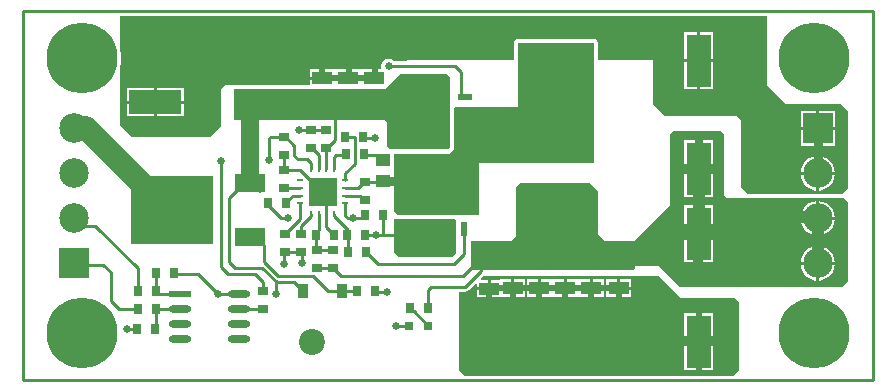
<source format=gtl>
G04*
G04 #@! TF.GenerationSoftware,Altium Limited,Altium Designer,19.0.14 (431)*
G04*
G04 Layer_Physical_Order=1*
G04 Layer_Color=152*
%FSLAX25Y25*%
%MOIN*%
G70*
G01*
G75*
%ADD10C,0.01000*%
%ADD39R,0.02756X0.03543*%
%ADD40R,0.07500X0.02400*%
%ADD41O,0.07500X0.02400*%
%ADD42R,0.27559X0.22835*%
%ADD43R,0.10236X0.06299*%
%ADD44R,0.03150X0.03150*%
%ADD45R,0.09646X0.09646*%
%ADD46R,0.00984X0.02362*%
%ADD47R,0.02362X0.00984*%
%ADD48R,0.15394X0.15000*%
%ADD49R,0.02402X0.04331*%
%ADD50R,0.02402X0.05000*%
%ADD51R,0.03543X0.02756*%
%ADD52R,0.06693X0.04331*%
%ADD53R,0.08000X0.17500*%
%ADD54R,0.03543X0.04724*%
G04:AMPARAMS|DCode=55|XSize=35.43mil|YSize=27.56mil|CornerRadius=4.13mil|HoleSize=0mil|Usage=FLASHONLY|Rotation=0.000|XOffset=0mil|YOffset=0mil|HoleType=Round|Shape=RoundedRectangle|*
%AMROUNDEDRECTD55*
21,1,0.03543,0.01929,0,0,0.0*
21,1,0.02717,0.02756,0,0,0.0*
1,1,0.00827,0.01358,-0.00965*
1,1,0.00827,-0.01358,-0.00965*
1,1,0.00827,-0.01358,0.00965*
1,1,0.00827,0.01358,0.00965*
%
%ADD55ROUNDEDRECTD55*%
%ADD56R,0.21654X0.16535*%
%ADD57R,0.05118X0.03937*%
%ADD58R,0.17500X0.08000*%
%ADD59R,0.05000X0.02402*%
%ADD60R,0.04331X0.02402*%
%ADD61R,0.15000X0.15394*%
G04:AMPARAMS|DCode=62|XSize=35.43mil|YSize=27.56mil|CornerRadius=4.13mil|HoleSize=0mil|Usage=FLASHONLY|Rotation=90.000|XOffset=0mil|YOffset=0mil|HoleType=Round|Shape=RoundedRectangle|*
%AMROUNDEDRECTD62*
21,1,0.03543,0.01929,0,0,90.0*
21,1,0.02717,0.02756,0,0,90.0*
1,1,0.00827,0.00965,0.01358*
1,1,0.00827,0.00965,-0.01358*
1,1,0.00827,-0.00965,-0.01358*
1,1,0.00827,-0.00965,0.01358*
%
%ADD62ROUNDEDRECTD62*%
%ADD63C,0.04000*%
%ADD64C,0.06000*%
%ADD65C,0.08000*%
%ADD66C,0.02000*%
%ADD67C,0.03000*%
%ADD68R,0.13100X0.03300*%
%ADD69R,0.02200X0.21100*%
%ADD70R,0.03800X0.10200*%
%ADD71R,0.16200X0.05400*%
%ADD72R,0.02800X0.05495*%
%ADD73R,0.13000X0.03500*%
%ADD74C,0.09843*%
%ADD75R,0.09843X0.09843*%
%ADD76C,0.23622*%
%ADD77C,0.08661*%
%ADD78C,0.02559*%
%ADD79C,0.02598*%
G36*
X142300Y101165D02*
X142300Y77817D01*
X141600Y77117D01*
X122400D01*
X121300Y78217D01*
Y85917D01*
X120500Y86717D01*
X70400D01*
Y97017D01*
X120817D01*
X125900Y102100D01*
X141365D01*
X142300Y101165D01*
D02*
G37*
G36*
X248000Y117865D02*
X248065Y117800D01*
X248065Y98400D01*
X254465Y92000D01*
X272665D01*
X275165Y89500D01*
Y64086D01*
X273279Y62200D01*
X241464Y62200D01*
X239365Y64300D01*
X239365Y86600D01*
X238065Y87900D01*
X213965Y87900D01*
X210165Y91700D01*
Y106600D01*
X191588D01*
Y112500D01*
X191495Y112968D01*
X191230Y113365D01*
X190833Y113630D01*
X190365Y113724D01*
X164900D01*
X164432Y113630D01*
X164035Y113365D01*
X163770Y112968D01*
X163677Y112500D01*
Y106600D01*
X127900D01*
X127684Y106384D01*
X123724D01*
X123688Y106438D01*
X122868Y106986D01*
X121900Y107179D01*
X120932Y106986D01*
X120112Y106438D01*
X119564Y105618D01*
X119372Y104651D01*
X119468Y104169D01*
X119150Y103783D01*
X117600D01*
Y100817D01*
X116600D01*
Y103783D01*
X112954D01*
Y103783D01*
X112626Y103603D01*
X108980D01*
Y100638D01*
X107980D01*
Y103603D01*
X104333D01*
Y103603D01*
X103846D01*
Y103603D01*
X100200D01*
Y100638D01*
X99700D01*
Y100138D01*
X95553D01*
Y98500D01*
X67500D01*
X65900Y96900D01*
Y84600D01*
X62417Y81117D01*
X36483D01*
X32500Y85100D01*
Y104927D01*
X32576Y105242D01*
X32736Y107283D01*
X32576Y109325D01*
X32500Y109640D01*
Y121502D01*
X248000D01*
Y117865D01*
D02*
G37*
G36*
X190365Y72364D02*
X152000D01*
Y54917D01*
X124900Y54917D01*
X123650Y56167D01*
X123650Y75417D01*
X142100D01*
X143600Y76917D01*
Y90742D01*
X144072Y91214D01*
X164900D01*
Y112500D01*
X190365D01*
Y72364D01*
D02*
G37*
G36*
X232865Y82900D02*
X233865Y81900D01*
X233865Y61500D01*
X234665Y60700D01*
X273665Y60700D01*
X274965Y59400D01*
X274965Y33000D01*
X273165Y31200D01*
X218965D01*
X212165Y38000D01*
X203965D01*
Y37300D01*
X203365Y36700D01*
X149300D01*
X149300Y38400D01*
Y40835D01*
X149300Y46400D01*
X162865Y46400D01*
X164465Y48000D01*
X164465Y64335D01*
X165730Y65600D01*
X188965Y65600D01*
X191665Y62900D01*
Y48800D01*
X194065Y46400D01*
X202365D01*
D01*
X203765D01*
X215765Y58400D01*
X215765Y81800D01*
X216865Y82900D01*
X232865Y82900D01*
D02*
G37*
G36*
X144376Y53317D02*
X144376Y42361D01*
X142915Y40900D01*
X125313Y40900D01*
X123600Y42613D01*
X123600Y53717D01*
X123700Y53817D01*
X143876Y53817D01*
X144376Y53317D01*
D02*
G37*
G36*
X212100Y34700D02*
X219500Y27300D01*
X237265Y27300D01*
X238865Y25700D01*
Y3300D01*
X237094Y1529D01*
X147471D01*
X145500Y3500D01*
X145500Y29467D01*
X147412D01*
X148075Y29599D01*
X148637Y29974D01*
X150792Y32129D01*
X151253Y31937D01*
Y31030D01*
X154900D01*
Y33496D01*
X152812D01*
X152620Y33957D01*
X153363Y34700D01*
X212100Y34700D01*
D02*
G37*
%LPC*%
G36*
X230100Y116000D02*
X225800D01*
Y106950D01*
X230100D01*
Y116000D01*
D02*
G37*
G36*
X224800D02*
X220500D01*
Y106950D01*
X224800D01*
Y116000D01*
D02*
G37*
G36*
X99200Y103603D02*
X95553D01*
Y101138D01*
X99200D01*
Y103603D01*
D02*
G37*
G36*
X230100Y105950D02*
X225800D01*
Y96900D01*
X230100D01*
Y105950D01*
D02*
G37*
G36*
X224800D02*
X220500D01*
Y96900D01*
X224800D01*
Y105950D01*
D02*
G37*
G36*
X53750Y97500D02*
X44700D01*
Y93200D01*
X53750D01*
Y97500D01*
D02*
G37*
G36*
X43700D02*
X34650D01*
Y93200D01*
X43700D01*
Y97500D01*
D02*
G37*
G36*
X53750Y92200D02*
X44700D01*
Y87900D01*
X53750D01*
Y92200D01*
D02*
G37*
G36*
X43700D02*
X34650D01*
Y87900D01*
X43700D01*
Y92200D01*
D02*
G37*
G36*
X270686Y89621D02*
X265465D01*
Y84400D01*
X270686D01*
Y89621D01*
D02*
G37*
G36*
X264465D02*
X259243D01*
Y84400D01*
X264465D01*
Y89621D01*
D02*
G37*
G36*
X270686Y83400D02*
X265465D01*
Y78179D01*
X270686D01*
Y83400D01*
D02*
G37*
G36*
X264465D02*
X259243D01*
Y78179D01*
X264465D01*
Y83400D01*
D02*
G37*
G36*
X265465Y74605D02*
Y69400D01*
X270669D01*
X270539Y70394D01*
X269962Y71785D01*
X269045Y72980D01*
X267850Y73897D01*
X266458Y74474D01*
X265465Y74605D01*
D02*
G37*
G36*
X264465Y74605D02*
X263471Y74474D01*
X262079Y73897D01*
X260884Y72980D01*
X259967Y71785D01*
X259391Y70394D01*
X259260Y69400D01*
X264465D01*
Y74605D01*
D02*
G37*
G36*
X270669Y68400D02*
X265465D01*
Y63195D01*
X266458Y63326D01*
X267850Y63902D01*
X269045Y64820D01*
X269962Y66015D01*
X270539Y67406D01*
X270669Y68400D01*
D02*
G37*
G36*
X264465D02*
X259260D01*
X259391Y67406D01*
X259967Y66015D01*
X260884Y64820D01*
X262079Y63902D01*
X263471Y63326D01*
X264465Y63195D01*
Y68400D01*
D02*
G37*
G36*
X230100Y80000D02*
X225800D01*
Y70950D01*
X230100D01*
Y80000D01*
D02*
G37*
G36*
X224800D02*
X220500D01*
Y70950D01*
X224800D01*
Y80000D01*
D02*
G37*
G36*
X230100Y69950D02*
X225800D01*
Y60900D01*
X230100D01*
Y69950D01*
D02*
G37*
G36*
X224800D02*
X220500D01*
Y60900D01*
X224800D01*
Y69950D01*
D02*
G37*
G36*
X265465Y59605D02*
Y54400D01*
X270669D01*
X270539Y55394D01*
X269962Y56785D01*
X269045Y57980D01*
X267850Y58898D01*
X266458Y59474D01*
X265465Y59605D01*
D02*
G37*
G36*
X264465Y59605D02*
X263471Y59474D01*
X262079Y58898D01*
X260884Y57980D01*
X259967Y56785D01*
X259391Y55394D01*
X259260Y54400D01*
X264465D01*
Y59605D01*
D02*
G37*
G36*
X230100Y58400D02*
X225800D01*
Y49350D01*
X230100D01*
Y58400D01*
D02*
G37*
G36*
X224800D02*
X220500D01*
Y49350D01*
X224800D01*
Y58400D01*
D02*
G37*
G36*
X270669Y53400D02*
X265465D01*
Y48195D01*
X266458Y48326D01*
X267850Y48902D01*
X269045Y49819D01*
X269962Y51015D01*
X270539Y52406D01*
X270669Y53400D01*
D02*
G37*
G36*
X264465D02*
X259260D01*
X259391Y52406D01*
X259967Y51015D01*
X260884Y49819D01*
X262079Y48902D01*
X263471Y48326D01*
X264465Y48195D01*
Y53400D01*
D02*
G37*
G36*
X265465Y44605D02*
Y39400D01*
X270669D01*
X270539Y40393D01*
X269962Y41785D01*
X269045Y42981D01*
X267850Y43898D01*
X266458Y44474D01*
X265465Y44605D01*
D02*
G37*
G36*
X264465Y44605D02*
X263471Y44474D01*
X262079Y43898D01*
X260884Y42981D01*
X259967Y41785D01*
X259391Y40393D01*
X259260Y39400D01*
X264465D01*
Y44605D01*
D02*
G37*
G36*
X230100Y48350D02*
X225800D01*
Y39300D01*
X230100D01*
Y48350D01*
D02*
G37*
G36*
X224800D02*
X220500D01*
Y39300D01*
X224800D01*
Y48350D01*
D02*
G37*
G36*
X270669Y38400D02*
X265465D01*
Y33195D01*
X266458Y33326D01*
X267850Y33902D01*
X269045Y34819D01*
X269962Y36015D01*
X270539Y37407D01*
X270669Y38400D01*
D02*
G37*
G36*
X264465D02*
X259260D01*
X259391Y37407D01*
X259967Y36015D01*
X260884Y34819D01*
X262079Y33902D01*
X263471Y33326D01*
X264465Y33195D01*
Y38400D01*
D02*
G37*
G36*
X185301Y33620D02*
X184894D01*
X184801Y33620D01*
X181247D01*
Y30655D01*
Y27689D01*
X184801D01*
X184894Y27689D01*
X185301D01*
X185394Y27689D01*
X188947D01*
Y30655D01*
Y33620D01*
X185394D01*
X185301Y33620D01*
D02*
G37*
G36*
X202794Y33620D02*
X199147D01*
Y31155D01*
X202794D01*
Y33620D01*
D02*
G37*
G36*
X198147D02*
X194501D01*
Y31155D01*
X198147D01*
Y33620D01*
D02*
G37*
G36*
X189947D02*
Y31155D01*
X193594D01*
Y33620D01*
X189947D01*
D02*
G37*
G36*
X171647D02*
X168001D01*
Y31155D01*
X171647D01*
Y33620D01*
D02*
G37*
G36*
X167494D02*
X163847D01*
Y31155D01*
X167494D01*
Y33620D01*
D02*
G37*
G36*
X202794Y30155D02*
X199147D01*
Y27689D01*
X202794D01*
Y30155D01*
D02*
G37*
G36*
X198147D02*
X194501D01*
Y27689D01*
X198147D01*
Y30155D01*
D02*
G37*
G36*
X193594D02*
X189947D01*
Y27689D01*
X193594D01*
Y30155D01*
D02*
G37*
G36*
X167494D02*
X163847D01*
Y27689D01*
X167494D01*
Y30155D01*
D02*
G37*
G36*
X176294Y33620D02*
X176101Y33620D01*
X172647D01*
Y30655D01*
Y27689D01*
X176101D01*
X176601Y27689D01*
X176794Y27689D01*
X180247D01*
Y30655D01*
Y33620D01*
X176794D01*
X176294Y33620D01*
D02*
G37*
G36*
X171647Y30155D02*
X168001D01*
Y27689D01*
X171647D01*
Y30155D01*
D02*
G37*
G36*
X162847Y33620D02*
X159201D01*
Y33496D01*
X155900D01*
Y30530D01*
Y27565D01*
X159546D01*
Y27689D01*
X162847D01*
Y30655D01*
Y33620D01*
D02*
G37*
G36*
X154900Y30030D02*
X151253D01*
Y27565D01*
X154900D01*
Y30030D01*
D02*
G37*
G36*
X230100Y22400D02*
X225800D01*
Y13350D01*
X230100D01*
Y22400D01*
D02*
G37*
G36*
X224800D02*
X220500D01*
Y13350D01*
X224800D01*
Y22400D01*
D02*
G37*
G36*
X230100Y12350D02*
X225800D01*
Y3300D01*
X230100D01*
Y12350D01*
D02*
G37*
G36*
X224800D02*
X220500D01*
Y3300D01*
X224800D01*
Y12350D01*
D02*
G37*
%LPD*%
D10*
X29400Y26400D02*
Y35900D01*
X26800Y38500D02*
X29400Y35900D01*
X19000Y38500D02*
X26800D01*
X32100Y23700D02*
X38300D01*
X29400Y26400D02*
X32100Y23700D01*
X17100Y53700D02*
X17600D01*
X17100D02*
X17400Y54000D01*
X24200Y51500D02*
X38230Y37470D01*
X19800Y51500D02*
X24200D01*
X17600Y53700D02*
X19800Y51500D01*
X38230Y29687D02*
Y37470D01*
X51900Y28700D02*
X52000Y28800D01*
X45178Y28700D02*
X51900D01*
X44300Y29578D02*
X45178Y28700D01*
X44300Y29578D02*
Y29617D01*
Y35800D01*
X50300Y35406D02*
X58494D01*
X65200Y28700D01*
X50300Y35406D02*
Y35800D01*
X38230Y29687D02*
X38300Y29617D01*
X65200Y28700D02*
X71944D01*
X79700Y37500D02*
X84600Y32600D01*
X70600Y37500D02*
X79700D01*
X84600Y32600D02*
X90521D01*
X84500Y32500D02*
X84600Y32600D01*
X84500Y28700D02*
Y32500D01*
X34650Y17200D02*
X38100D01*
X44300Y17400D02*
Y23700D01*
X44100Y17200D02*
X44300Y17400D01*
X81900Y80431D02*
X82486Y81017D01*
X87200D01*
X81900Y73300D02*
Y80431D01*
X65900Y73200D02*
X66000Y73100D01*
X71050Y63050D02*
X71182D01*
X68700Y60700D02*
X71050Y63050D01*
X68700Y39400D02*
Y60700D01*
X85210Y34690D02*
X96727D01*
X80418Y39482D02*
X85210Y34690D01*
X80418Y39482D02*
Y45050D01*
X68700Y39400D02*
X70600Y37500D01*
X68500Y35300D02*
X77300D01*
X66000Y37800D02*
X68500Y35300D01*
X66000Y37800D02*
Y73100D01*
X77300Y35300D02*
X80000Y32600D01*
Y29800D02*
Y32600D01*
X79550Y23750D02*
X79800Y24000D01*
X71994Y23750D02*
X79550D01*
X71944Y23700D02*
X71994Y23750D01*
X90521Y32600D02*
X93304Y29817D01*
X96727Y34690D02*
X101600Y29817D01*
X87200Y81017D02*
X87594D01*
X51800Y29000D02*
X52000Y28800D01*
X52200Y23700D02*
X52400Y23500D01*
X44300Y23700D02*
X52200D01*
X71182Y63050D02*
X73831Y65700D01*
X75800D01*
X77768Y47700D02*
X80418Y45050D01*
X75800Y47700D02*
X77768D01*
X75800Y65700D02*
X76366D01*
X79016Y63050D01*
X93304Y29817D02*
Y30408D01*
X92032Y31679D02*
X93304Y30408D01*
X136165Y31200D02*
X147412D01*
X134965Y30000D02*
X136165Y31200D01*
X134965Y24200D02*
Y30000D01*
X147412Y31200D02*
X152553Y36342D01*
Y40085D02*
X154219Y41751D01*
X152553Y36342D02*
Y40085D01*
X154219Y41751D02*
X155400D01*
X128965Y23806D02*
Y24200D01*
Y23806D02*
X129842Y22928D01*
X130401D01*
X135212Y18117D01*
X146101Y94317D02*
Y102664D01*
X144114Y104651D02*
X146101Y102664D01*
X121900Y104651D02*
X144114D01*
X118345Y38700D02*
X143683D01*
X114228Y42817D02*
X118345Y38700D01*
X143683D02*
X147100Y42117D01*
X146636Y34653D02*
X153734Y41751D01*
X105991Y34653D02*
X146636D01*
X103327Y37317D02*
X105991Y34653D01*
X153734Y41751D02*
X154219D01*
X101600Y29817D02*
X106296D01*
X101180Y55337D02*
Y61538D01*
X103500Y48417D02*
Y48811D01*
X87193Y42611D02*
X87200Y42604D01*
X117600Y29517D02*
X121300D01*
X117500Y29617D02*
X117600Y29517D01*
X106496Y29617D02*
X107296Y28817D01*
X106296Y29817D02*
X106496Y29617D01*
X111500D01*
X92998Y39019D02*
Y42519D01*
X92700Y42817D02*
X92998Y42519D01*
X87200Y38728D02*
Y42604D01*
X124500Y18017D02*
X124600Y18117D01*
X128716D01*
X100372Y78246D02*
X101200Y77417D01*
X146101Y94317D02*
X147400D01*
X113617Y80817D02*
X117500D01*
X113517Y80917D02*
X113617Y80817D01*
X101494Y77317D02*
X104200Y80024D01*
X99700Y89417D02*
X104200D01*
Y80024D02*
Y89417D01*
X92200Y83417D02*
X96000D01*
Y77417D02*
X96394D01*
X98620Y75191D01*
Y70298D02*
Y75191D01*
X96000Y83417D02*
X101200D01*
X100372Y78246D02*
Y78495D01*
X129800Y48617D02*
X130300D01*
X129600Y48417D02*
X129800Y48617D01*
X120147Y48417D02*
X129600D01*
X120147D02*
Y55117D01*
X117700Y48417D02*
X120147D01*
X88141Y54216D02*
X88439Y53917D01*
X85902Y54216D02*
X88141D01*
X81594Y58524D02*
X85902Y54216D01*
X81594Y58524D02*
Y58917D01*
X92353Y53771D02*
Y58971D01*
X87400Y48817D02*
X92353Y53771D01*
X147100Y42117D02*
Y50517D01*
X87193Y42611D02*
X87400Y42817D01*
X147100Y71917D02*
Y89017D01*
X147400Y89317D01*
X92700Y48817D02*
Y51302D01*
Y48784D02*
Y48817D01*
Y51302D02*
X96061Y54664D01*
X108317Y53917D02*
X110100D01*
X107380Y54854D02*
X108317Y53917D01*
X107380Y54854D02*
Y58979D01*
X110100Y53917D02*
X112947D01*
X114147Y55117D01*
X98000Y37317D02*
X103327D01*
X97500Y48811D02*
X97750Y48561D01*
Y43567D02*
Y48561D01*
Y43567D02*
X98000Y43317D01*
X103327D01*
X114100Y48417D02*
X117700D01*
X114100Y48417D02*
X114100Y48417D01*
X108228Y42817D02*
Y50174D01*
X103739Y54664D02*
X108228Y50174D01*
X103739Y54664D02*
Y55337D01*
X113655Y60117D02*
X114049D01*
X112234Y61538D02*
X113655Y60117D01*
X107380Y61538D02*
X112234D01*
X87400Y42817D02*
X92700D01*
X87543Y59107D02*
X89966Y61530D01*
X92412D01*
X92420Y61538D01*
X92353Y58971D02*
X92361Y58979D01*
X92420D01*
X96061Y54664D02*
Y55337D01*
X99900Y62817D02*
X101180Y61538D01*
Y51131D02*
X103500Y48811D01*
X101180Y51131D02*
Y55337D01*
X97500Y48417D02*
Y48811D01*
X98620Y49931D01*
Y55337D01*
X87200Y64217D02*
X87313Y64105D01*
X92412D01*
X92420Y64097D01*
X98035Y91083D02*
X99700Y89417D01*
X97538Y65180D02*
X99900Y62817D01*
X92500Y70217D02*
X97538Y65180D01*
X87200Y70217D02*
X92500D01*
X87200Y75017D02*
X87200Y75017D01*
X87200Y70217D02*
Y75017D01*
X90451Y74866D02*
Y78160D01*
X87594Y81017D02*
X90451Y78160D01*
Y74866D02*
X91600Y73717D01*
X94700D01*
X96053Y72364D01*
Y70306D02*
Y72364D01*
Y70306D02*
X96061Y70298D01*
X110395Y81117D02*
X110600Y80913D01*
Y72143D02*
Y80913D01*
X107717Y81117D02*
X110395D01*
X107517Y80917D02*
X107717Y81117D01*
X107380Y68924D02*
X110600Y72143D01*
X107380Y66656D02*
Y68924D01*
X101180Y70298D02*
Y75931D01*
X119700Y66117D02*
X120000Y66417D01*
X114049Y66117D02*
X119700D01*
X113655D02*
X114049D01*
X111634Y64097D02*
X113655Y66117D01*
X107380Y64097D02*
X111634D01*
X118532Y74972D02*
X120000Y73504D01*
X114145Y74972D02*
X118532D01*
X113600Y75517D02*
X114145Y74972D01*
X104500Y75217D02*
X107300D01*
X107600Y75517D01*
X103739Y74456D02*
X104500Y75217D01*
X103739Y70298D02*
Y74456D01*
X-0Y123031D02*
X283465D01*
X283465D02*
X283465Y0D01*
X0D02*
X283465D01*
X-0Y123031D02*
X0Y0D01*
D39*
X44100Y17200D02*
D03*
X38100D02*
D03*
X44300Y35800D02*
D03*
X50300D02*
D03*
X44300Y29617D02*
D03*
X38300D02*
D03*
X44300Y23700D02*
D03*
X38300D02*
D03*
X128965Y24200D02*
D03*
X134965D02*
D03*
X117500Y29617D02*
D03*
X111500D02*
D03*
X103700Y48417D02*
D03*
X97700D02*
D03*
X107517Y80917D02*
D03*
X113517D02*
D03*
X108228Y42817D02*
D03*
X114228D02*
D03*
X108100Y48417D02*
D03*
X114100D02*
D03*
X107600Y75517D02*
D03*
X113600D02*
D03*
X81594Y58917D02*
D03*
X87594D02*
D03*
D40*
X52456Y28700D02*
D03*
D41*
X52456Y23700D02*
D03*
Y18700D02*
D03*
Y13700D02*
D03*
X71944Y28700D02*
D03*
Y23700D02*
D03*
Y18700D02*
D03*
X71944Y13700D02*
D03*
D42*
X49800Y56700D02*
D03*
D43*
X75800Y65700D02*
D03*
Y47700D02*
D03*
D44*
X128716Y18117D02*
D03*
X135212D02*
D03*
D45*
X99900Y62817D02*
D03*
D46*
X96061Y70298D02*
D03*
X98620D02*
D03*
X101180D02*
D03*
X103739D02*
D03*
Y55337D02*
D03*
X101180D02*
D03*
X98620D02*
D03*
X96061D02*
D03*
D47*
X107380Y66656D02*
D03*
Y64097D02*
D03*
Y61538D02*
D03*
Y58979D02*
D03*
X92420D02*
D03*
Y61538D02*
D03*
Y64097D02*
D03*
Y66656D02*
D03*
D48*
X139500Y63717D02*
D03*
D49*
X132100Y71917D02*
D03*
X137100D02*
D03*
X142100D02*
D03*
X147100D02*
D03*
D50*
Y50517D02*
D03*
X142100D02*
D03*
X137100D02*
D03*
X132100D02*
D03*
D51*
X87200Y64217D02*
D03*
Y70217D02*
D03*
X87200Y81017D02*
D03*
Y75017D02*
D03*
X80000Y29800D02*
D03*
Y23800D02*
D03*
X103327Y43317D02*
D03*
Y37317D02*
D03*
X114049Y60117D02*
D03*
Y66117D02*
D03*
X87400Y42817D02*
D03*
Y48817D02*
D03*
D52*
X198647Y30655D02*
D03*
Y41875D02*
D03*
X189447Y30655D02*
D03*
Y41875D02*
D03*
X180747Y30655D02*
D03*
Y41875D02*
D03*
X172147Y30655D02*
D03*
Y41875D02*
D03*
X155400Y30530D02*
D03*
Y41751D02*
D03*
X163347Y30655D02*
D03*
Y41875D02*
D03*
X117100Y100817D02*
D03*
Y89597D02*
D03*
X108480Y100638D02*
D03*
Y89417D02*
D03*
X99700Y100638D02*
D03*
Y89417D02*
D03*
D53*
X225300Y106450D02*
D03*
Y70450D02*
D03*
Y12850D02*
D03*
Y48850D02*
D03*
D54*
X93304Y29817D02*
D03*
X106296D02*
D03*
D55*
X98000Y43317D02*
D03*
Y37317D02*
D03*
X101200Y83417D02*
D03*
Y77417D02*
D03*
X96000D02*
D03*
Y83417D02*
D03*
X92700Y48817D02*
D03*
Y42817D02*
D03*
D56*
X177600Y102585D02*
D03*
Y55340D02*
D03*
D57*
X120000Y73504D02*
D03*
Y66417D02*
D03*
D58*
X44200Y92700D02*
D03*
X80200D02*
D03*
D59*
X147400Y79317D02*
D03*
Y84317D02*
D03*
Y89317D02*
D03*
Y94317D02*
D03*
D60*
X126000D02*
D03*
Y89317D02*
D03*
Y84317D02*
D03*
Y79317D02*
D03*
D61*
X134200Y86717D02*
D03*
D62*
X114147Y55117D02*
D03*
X120147D02*
D03*
D63*
X126000Y89597D02*
X131321D01*
X117100D02*
X126000D01*
X108480Y89507D02*
X117010D01*
X99790D02*
X108480D01*
X80200Y92700D02*
X95236D01*
X98519Y89417D01*
X99700D01*
X264965Y38900D02*
Y53900D01*
X247565Y54500D02*
X264365D01*
X264965Y53900D01*
X241915Y48850D02*
X247565Y54500D01*
X225300Y48850D02*
X241915D01*
X225300D02*
Y70450D01*
X126000Y89317D02*
Y89597D01*
X131321D02*
X134200Y86717D01*
X108480Y89417D02*
Y89507D01*
X117010D02*
X117100Y89597D01*
X99700Y89417D02*
X99790Y89507D01*
D64*
X75800Y65700D02*
Y91700D01*
X76800Y92700D01*
X80200D01*
D65*
X17300Y84300D02*
X17600Y84000D01*
X21217D02*
X48517Y56700D01*
X17600Y84000D02*
X21217D01*
X48517Y56700D02*
X49800D01*
D66*
X198647Y25360D02*
Y30655D01*
X189447Y25405D02*
Y30700D01*
X180747Y25360D02*
Y30655D01*
X172147Y25360D02*
Y30655D01*
X163347Y25360D02*
Y30655D01*
X155400Y25235D02*
Y30530D01*
X155265Y25100D02*
X155400Y25235D01*
X163347Y30655D02*
X172147D01*
X155525D02*
X163347D01*
X155400Y30530D02*
X155525Y30655D01*
X168747Y41955D02*
X189368D01*
X154219Y30530D02*
X155400D01*
X153053Y29365D02*
X154219Y30530D01*
X189368Y41955D02*
X189447Y41875D01*
X99790Y100727D02*
X108570D01*
X198647Y30655D02*
X198747Y30755D01*
X189447Y30655D02*
X198647D01*
X180747D02*
X189447D01*
X172147D02*
X180747D01*
Y41875D02*
X189447D01*
X172147D02*
X180747D01*
X163347D02*
X172147D01*
X117300Y101017D02*
Y105517D01*
X117100Y100817D02*
X117300Y101017D01*
X108570Y100727D02*
X117010D01*
X108570D02*
X108600Y100758D01*
X108480Y100638D02*
X108570Y100727D01*
X108600Y100758D02*
Y105517D01*
X99790Y100727D02*
Y105417D01*
X99700Y100638D02*
X99790Y100727D01*
X117010D02*
X117100Y100817D01*
D67*
X264965Y68900D02*
Y83900D01*
X136800Y66417D02*
X139500Y63717D01*
X120000Y66417D02*
X136800D01*
D68*
X225015Y13050D02*
D03*
D69*
X225265Y13350D02*
D03*
D70*
X225165Y41600D02*
D03*
D71*
X226265Y49400D02*
D03*
D72*
X225465Y78147D02*
D03*
D73*
Y70250D02*
D03*
D74*
X17100Y84019D02*
D03*
Y69019D02*
D03*
Y54019D02*
D03*
X264965Y38900D02*
D03*
Y53900D02*
D03*
Y68900D02*
D03*
D75*
X17100Y39019D02*
D03*
X264965Y83900D02*
D03*
D76*
X19685Y15748D02*
D03*
Y107283D02*
D03*
X263779Y107283D02*
D03*
X263779Y15748D02*
D03*
D77*
X96300Y12850D02*
D03*
D78*
X243722Y119500D02*
D03*
X236973D02*
D03*
X230224D02*
D03*
X223475D02*
D03*
X216726D02*
D03*
X209977D02*
D03*
X203227D02*
D03*
X196478D02*
D03*
X189729D02*
D03*
X182980D02*
D03*
X210000Y33222D02*
D03*
Y26667D02*
D03*
Y20111D02*
D03*
Y13555D02*
D03*
Y7000D02*
D03*
X176231Y119500D02*
D03*
X108740D02*
D03*
X115489D02*
D03*
X122238D02*
D03*
X128987D02*
D03*
X135737D02*
D03*
X142486D02*
D03*
X149235D02*
D03*
X155984D02*
D03*
X162733D02*
D03*
X169482D02*
D03*
X101991D02*
D03*
X34500D02*
D03*
X41249D02*
D03*
X47998D02*
D03*
X54747D02*
D03*
X61496D02*
D03*
X68246D02*
D03*
X74995D02*
D03*
X81744D02*
D03*
X88493D02*
D03*
X95242D02*
D03*
X84500Y28700D02*
D03*
X65200D02*
D03*
X34650Y17200D02*
D03*
X81900Y73300D02*
D03*
X65900Y73200D02*
D03*
X125100Y45200D02*
D03*
X128000D02*
D03*
X131400D02*
D03*
X134500Y45100D02*
D03*
X137600D02*
D03*
X140900Y45050D02*
D03*
X142400Y42361D02*
D03*
X139200D02*
D03*
X136000D02*
D03*
X132800D02*
D03*
X129600D02*
D03*
X126400D02*
D03*
X210000Y3000D02*
D03*
X203444D02*
D03*
X196889D02*
D03*
X190333D02*
D03*
X183778D02*
D03*
X177222D02*
D03*
X170667D02*
D03*
X164111D02*
D03*
X157555D02*
D03*
X151000D02*
D03*
X55600Y89800D02*
D03*
Y92700D02*
D03*
Y95700D02*
D03*
X42700Y99300D02*
D03*
X39800D02*
D03*
X36800D02*
D03*
X54100D02*
D03*
X51200D02*
D03*
X48200D02*
D03*
X59000Y82500D02*
D03*
X61500Y85917D02*
D03*
X58000D02*
D03*
X54000D02*
D03*
X51100D02*
D03*
X56000Y82500D02*
D03*
X272465Y74600D02*
D03*
Y71700D02*
D03*
Y68700D02*
D03*
Y84100D02*
D03*
Y81200D02*
D03*
Y78200D02*
D03*
X223465Y24500D02*
D03*
X220565D02*
D03*
X217565D02*
D03*
X232965D02*
D03*
X230065D02*
D03*
X227065D02*
D03*
X231965Y13200D02*
D03*
Y16100D02*
D03*
Y19100D02*
D03*
Y3000D02*
D03*
Y6600D02*
D03*
Y9600D02*
D03*
X218065Y9500D02*
D03*
Y6500D02*
D03*
Y3000D02*
D03*
Y19000D02*
D03*
Y16000D02*
D03*
Y13100D02*
D03*
Y104300D02*
D03*
Y101300D02*
D03*
Y98400D02*
D03*
X218165Y115500D02*
D03*
Y112500D02*
D03*
Y109600D02*
D03*
X232465Y104300D02*
D03*
Y101300D02*
D03*
Y98400D02*
D03*
Y115700D02*
D03*
Y112700D02*
D03*
Y109800D02*
D03*
X227865Y94600D02*
D03*
X224865D02*
D03*
X221965D02*
D03*
X121900Y104651D02*
D03*
X121300Y29517D02*
D03*
X92998Y39019D02*
D03*
X87200Y38728D02*
D03*
X124500Y18017D02*
D03*
X153647Y26041D02*
D03*
X156547D02*
D03*
X159547D02*
D03*
X162647Y26055D02*
D03*
X165447D02*
D03*
X168347D02*
D03*
X171247D02*
D03*
X174447D02*
D03*
X177547D02*
D03*
X180447D02*
D03*
X183447Y26155D02*
D03*
X186547D02*
D03*
X189547D02*
D03*
X192647D02*
D03*
X195647D02*
D03*
X198447D02*
D03*
X201347D02*
D03*
X117500Y80817D02*
D03*
X92200Y83417D02*
D03*
X88439Y53917D02*
D03*
X110100D02*
D03*
X117300Y105517D02*
D03*
X108600D02*
D03*
X99790Y105417D02*
D03*
X117700Y48417D02*
D03*
D79*
X102262Y60455D02*
D03*
X97538D02*
D03*
X102262Y65180D02*
D03*
X97538D02*
D03*
M02*

</source>
